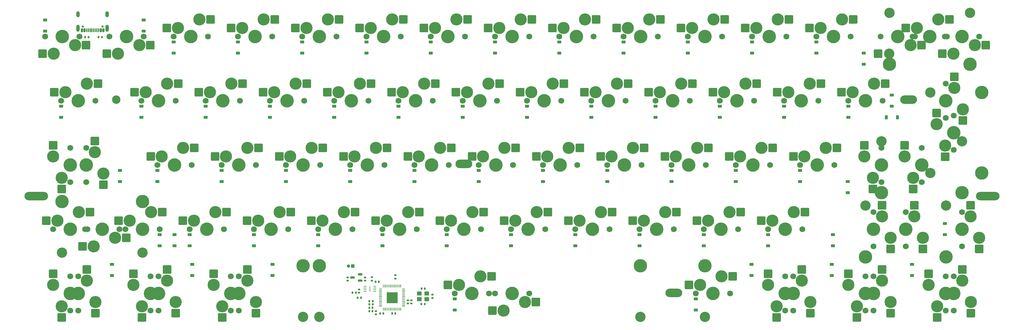
<source format=gbr>
%TF.GenerationSoftware,KiCad,Pcbnew,8.0.6*%
%TF.CreationDate,2024-12-06T10:28:02+08:00*%
%TF.ProjectId,PH60_Rev2,50483630-5f52-4657-9632-2e6b69636164,rev?*%
%TF.SameCoordinates,Original*%
%TF.FileFunction,Soldermask,Bot*%
%TF.FilePolarity,Negative*%
%FSLAX46Y46*%
G04 Gerber Fmt 4.6, Leading zero omitted, Abs format (unit mm)*
G04 Created by KiCad (PCBNEW 8.0.6) date 2024-12-06 10:28:02*
%MOMM*%
%LPD*%
G01*
G04 APERTURE LIST*
G04 Aperture macros list*
%AMRoundRect*
0 Rectangle with rounded corners*
0 $1 Rounding radius*
0 $2 $3 $4 $5 $6 $7 $8 $9 X,Y pos of 4 corners*
0 Add a 4 corners polygon primitive as box body*
4,1,4,$2,$3,$4,$5,$6,$7,$8,$9,$2,$3,0*
0 Add four circle primitives for the rounded corners*
1,1,$1+$1,$2,$3*
1,1,$1+$1,$4,$5*
1,1,$1+$1,$6,$7*
1,1,$1+$1,$8,$9*
0 Add four rect primitives between the rounded corners*
20,1,$1+$1,$2,$3,$4,$5,0*
20,1,$1+$1,$4,$5,$6,$7,0*
20,1,$1+$1,$6,$7,$8,$9,0*
20,1,$1+$1,$8,$9,$2,$3,0*%
G04 Aperture macros list end*
%ADD10RoundRect,0.250000X-1.025000X-1.000000X1.025000X-1.000000X1.025000X1.000000X-1.025000X1.000000X0*%
%ADD11C,1.750000*%
%ADD12C,4.000000*%
%ADD13C,3.600000*%
%ADD14RoundRect,0.250000X-1.000000X1.025000X-1.000000X-1.025000X1.000000X-1.025000X1.000000X1.025000X0*%
%ADD15RoundRect,0.250000X1.000000X-1.025000X1.000000X1.025000X-1.000000X1.025000X-1.000000X-1.025000X0*%
%ADD16C,3.048000*%
%ADD17C,3.987800*%
%ADD18RoundRect,0.250000X1.025000X1.000000X-1.025000X1.000000X-1.025000X-1.000000X1.025000X-1.000000X0*%
%ADD19O,5.000000X2.500000*%
%ADD20O,7.000000X2.500000*%
%ADD21C,2.500000*%
%ADD22C,3.050000*%
%ADD23RoundRect,0.225000X-0.375000X0.225000X-0.375000X-0.225000X0.375000X-0.225000X0.375000X0.225000X0*%
%ADD24RoundRect,0.225000X0.375000X-0.225000X0.375000X0.225000X-0.375000X0.225000X-0.375000X-0.225000X0*%
%ADD25RoundRect,0.135000X-0.185000X0.135000X-0.185000X-0.135000X0.185000X-0.135000X0.185000X0.135000X0*%
%ADD26RoundRect,0.140000X0.140000X0.170000X-0.140000X0.170000X-0.140000X-0.170000X0.140000X-0.170000X0*%
%ADD27RoundRect,0.135000X-0.135000X-0.185000X0.135000X-0.185000X0.135000X0.185000X-0.135000X0.185000X0*%
%ADD28RoundRect,0.135000X0.135000X0.185000X-0.135000X0.185000X-0.135000X-0.185000X0.135000X-0.185000X0*%
%ADD29RoundRect,0.140000X-0.170000X0.140000X-0.170000X-0.140000X0.170000X-0.140000X0.170000X0.140000X0*%
%ADD30RoundRect,0.140000X0.170000X-0.140000X0.170000X0.140000X-0.170000X0.140000X-0.170000X-0.140000X0*%
%ADD31R,1.400000X1.200000*%
%ADD32RoundRect,0.062500X0.387500X0.062500X-0.387500X0.062500X-0.387500X-0.062500X0.387500X-0.062500X0*%
%ADD33R,0.200000X1.600000*%
%ADD34RoundRect,0.140000X-0.140000X-0.170000X0.140000X-0.170000X0.140000X0.170000X-0.140000X0.170000X0*%
%ADD35RoundRect,0.225000X-0.225000X-0.375000X0.225000X-0.375000X0.225000X0.375000X-0.225000X0.375000X0*%
%ADD36RoundRect,0.050000X-0.050000X0.387500X-0.050000X-0.387500X0.050000X-0.387500X0.050000X0.387500X0*%
%ADD37RoundRect,0.050000X-0.387500X0.050000X-0.387500X-0.050000X0.387500X-0.050000X0.387500X0.050000X0*%
%ADD38R,3.200000X3.200000*%
%ADD39R,1.000000X1.000000*%
%ADD40O,1.000000X1.000000*%
%ADD41RoundRect,0.150000X0.512500X0.150000X-0.512500X0.150000X-0.512500X-0.150000X0.512500X-0.150000X0*%
%ADD42C,0.650000*%
%ADD43RoundRect,0.150000X-0.150000X-0.425000X0.150000X-0.425000X0.150000X0.425000X-0.150000X0.425000X0*%
%ADD44RoundRect,0.075000X-0.075000X-0.500000X0.075000X-0.500000X0.075000X0.500000X-0.075000X0.500000X0*%
%ADD45O,1.000000X1.800000*%
%ADD46O,1.000000X2.100000*%
G04 APERTURE END LIST*
D10*
%TO.C,S20*%
X135790000Y-54610000D03*
D11*
X137795000Y-57150000D03*
D12*
X142875000Y-57150000D03*
D11*
X147955000Y-57150000D03*
D10*
X148717000Y-52070000D03*
D13*
X139065000Y-54610000D03*
X145415000Y-52070000D03*
%TD*%
D10*
%TO.C,S19*%
X116740000Y-54610000D03*
D11*
X118745000Y-57150000D03*
D12*
X123825000Y-57150000D03*
D11*
X128905000Y-57150000D03*
D10*
X129667000Y-52070000D03*
D13*
X120015000Y-54610000D03*
X126365000Y-52070000D03*
%TD*%
D10*
%TO.C,S47*%
X111977500Y-92710000D03*
D11*
X113982500Y-95250000D03*
D12*
X119062500Y-95250000D03*
D11*
X124142500Y-95250000D03*
D10*
X124904500Y-90170000D03*
D13*
X115252500Y-92710000D03*
X121602500Y-90170000D03*
%TD*%
D10*
%TO.C,S4*%
X88165000Y-35560000D03*
D11*
X90170000Y-38100000D03*
D12*
X95250000Y-38100000D03*
D11*
X100330000Y-38100000D03*
D10*
X101092000Y-33020000D03*
D13*
X91440000Y-35560000D03*
X97790000Y-33020000D03*
%TD*%
D10*
%TO.C,S7*%
X145315000Y-35560000D03*
D11*
X147320000Y-38100000D03*
D12*
X152400000Y-38100000D03*
D11*
X157480000Y-38100000D03*
D10*
X158242000Y-33020000D03*
D13*
X148590000Y-35560000D03*
X154940000Y-33020000D03*
%TD*%
D14*
%TO.C,S57-2*%
X45402500Y-107215000D03*
D11*
X42862500Y-109220000D03*
D12*
X42862500Y-114300000D03*
D11*
X42862500Y-119380000D03*
D14*
X47942500Y-120142000D03*
D13*
X45402500Y-110490000D03*
X47942500Y-116840000D03*
%TD*%
D10*
%TO.C,S12*%
X240565000Y-35560000D03*
D11*
X242570000Y-38100000D03*
D12*
X247650000Y-38100000D03*
D11*
X252730000Y-38100000D03*
D10*
X253492000Y-33020000D03*
D13*
X243840000Y-35560000D03*
X250190000Y-33020000D03*
%TD*%
D14*
%TO.C,S62*%
X257333750Y-107215000D03*
D11*
X254793750Y-109220000D03*
D12*
X254793750Y-114300000D03*
D11*
X254793750Y-119380000D03*
D14*
X259873750Y-120142000D03*
D13*
X257333750Y-110490000D03*
X259873750Y-116840000D03*
%TD*%
D10*
%TO.C,S3*%
X69115000Y-35560000D03*
D11*
X71120000Y-38100000D03*
D12*
X76200000Y-38100000D03*
D11*
X81280000Y-38100000D03*
D10*
X82042000Y-33020000D03*
D13*
X72390000Y-35560000D03*
X78740000Y-33020000D03*
%TD*%
D10*
%TO.C,S15*%
X35777500Y-54610000D03*
D11*
X37782500Y-57150000D03*
D12*
X42862500Y-57150000D03*
D11*
X47942500Y-57150000D03*
D10*
X48704500Y-52070000D03*
D13*
X39052500Y-54610000D03*
X45402500Y-52070000D03*
%TD*%
D15*
%TO.C,S62-2*%
X249872500Y-121385000D03*
D11*
X252412500Y-119380000D03*
D12*
X252412500Y-114300000D03*
D11*
X252412500Y-109220000D03*
D15*
X247332500Y-108458000D03*
D13*
X249872500Y-118110000D03*
X247332500Y-111760000D03*
%TD*%
D16*
%TO.C,REF\u002A\u002A*%
X280955750Y-69215000D03*
D17*
X280955750Y-84425000D03*
D16*
X304831750Y-69215000D03*
D17*
X304831750Y-84425000D03*
%TD*%
D10*
%TO.C,S25*%
X231040000Y-54610000D03*
D11*
X233045000Y-57150000D03*
D12*
X238125000Y-57150000D03*
D11*
X243205000Y-57150000D03*
D10*
X243967000Y-52070000D03*
D13*
X234315000Y-54610000D03*
X240665000Y-52070000D03*
%TD*%
D18*
%TO.C,S1*%
X45185000Y-40640000D03*
D11*
X43180000Y-38100000D03*
D12*
X38100000Y-38100000D03*
D11*
X33020000Y-38100000D03*
D18*
X32258000Y-43180000D03*
D13*
X41910000Y-40640000D03*
X35560000Y-43180000D03*
%TD*%
D10*
%TO.C,S9*%
X183415000Y-35560000D03*
D11*
X185420000Y-38100000D03*
D12*
X190500000Y-38100000D03*
D11*
X195580000Y-38100000D03*
D10*
X196342000Y-33020000D03*
D13*
X186690000Y-35560000D03*
X193040000Y-33020000D03*
%TD*%
D10*
%TO.C,S44*%
X54827500Y-92710000D03*
D11*
X56832500Y-95250000D03*
D12*
X61912500Y-95250000D03*
D11*
X66992500Y-95250000D03*
D10*
X67754500Y-90170000D03*
D13*
X58102500Y-92710000D03*
X64452500Y-90170000D03*
%TD*%
D10*
%TO.C,S23*%
X192940000Y-54610000D03*
D11*
X194945000Y-57150000D03*
D12*
X200025000Y-57150000D03*
D11*
X205105000Y-57150000D03*
D10*
X205867000Y-52070000D03*
D13*
X196215000Y-54610000D03*
X202565000Y-52070000D03*
%TD*%
D15*
%TO.C,S64-2*%
X297497500Y-121385000D03*
D11*
X300037500Y-119380000D03*
D12*
X300037500Y-114300000D03*
D11*
X300037500Y-109220000D03*
D15*
X294957500Y-108458000D03*
D13*
X297497500Y-118110000D03*
X294957500Y-111760000D03*
%TD*%
D15*
%TO.C,S57*%
X37941250Y-121385000D03*
D11*
X40481250Y-119380000D03*
D12*
X40481250Y-114300000D03*
D11*
X40481250Y-109220000D03*
D15*
X35401250Y-108458000D03*
D13*
X37941250Y-118110000D03*
X35401250Y-111760000D03*
%TD*%
D10*
%TO.C,S14*%
X288190000Y-35560000D03*
D11*
X290195000Y-38100000D03*
D12*
X295275000Y-38100000D03*
D11*
X300355000Y-38100000D03*
D10*
X301117000Y-33020000D03*
D13*
X291465000Y-35560000D03*
X297815000Y-33020000D03*
%TD*%
D10*
%TO.C,S61*%
X223896250Y-111760000D03*
D11*
X225901250Y-114300000D03*
D12*
X230981250Y-114300000D03*
D11*
X236061250Y-114300000D03*
D10*
X236823250Y-109220000D03*
D13*
X227171250Y-111760000D03*
X233521250Y-109220000D03*
%TD*%
D10*
%TO.C,S16*%
X59590000Y-54610000D03*
D11*
X61595000Y-57150000D03*
D12*
X66675000Y-57150000D03*
D11*
X71755000Y-57150000D03*
D10*
X72517000Y-52070000D03*
D13*
X62865000Y-54610000D03*
X69215000Y-52070000D03*
%TD*%
D10*
%TO.C,S24*%
X211990000Y-54610000D03*
D11*
X213995000Y-57150000D03*
D12*
X219075000Y-57150000D03*
D11*
X224155000Y-57150000D03*
D10*
X224917000Y-52070000D03*
D13*
X215265000Y-54610000D03*
X221615000Y-52070000D03*
%TD*%
D10*
%TO.C,S31*%
X83402500Y-73660000D03*
D11*
X85407500Y-76200000D03*
D12*
X90487500Y-76200000D03*
D11*
X95567500Y-76200000D03*
D10*
X96329500Y-71120000D03*
D13*
X86677500Y-73660000D03*
X93027500Y-71120000D03*
%TD*%
D10*
%TO.C,S33*%
X121502500Y-73660000D03*
D11*
X123507500Y-76200000D03*
D12*
X128587500Y-76200000D03*
D11*
X133667500Y-76200000D03*
D10*
X134429500Y-71120000D03*
D13*
X124777500Y-73660000D03*
X131127500Y-71120000D03*
%TD*%
D10*
%TO.C,S34*%
X140552500Y-73660000D03*
D11*
X142557500Y-76200000D03*
D12*
X147637500Y-76200000D03*
D11*
X152717500Y-76200000D03*
D10*
X153479500Y-71120000D03*
D13*
X143827500Y-73660000D03*
X150177500Y-71120000D03*
%TD*%
D10*
%TO.C,S46*%
X92927500Y-92710000D03*
D11*
X94932500Y-95250000D03*
D12*
X100012500Y-95250000D03*
D11*
X105092500Y-95250000D03*
D10*
X105854500Y-90170000D03*
D13*
X96202500Y-92710000D03*
X102552500Y-90170000D03*
%TD*%
D10*
%TO.C,S50*%
X169127500Y-92710000D03*
D11*
X171132500Y-95250000D03*
D12*
X176212500Y-95250000D03*
D11*
X181292500Y-95250000D03*
D10*
X182054500Y-90170000D03*
D13*
X172402500Y-92710000D03*
X178752500Y-90170000D03*
%TD*%
D19*
%TO.C,HOLE*%
X289000000Y-56800000D03*
%TD*%
D10*
%TO.C,S22*%
X173890000Y-54610000D03*
D11*
X175895000Y-57150000D03*
D12*
X180975000Y-57150000D03*
D11*
X186055000Y-57150000D03*
D10*
X186817000Y-52070000D03*
D13*
X177165000Y-54610000D03*
X183515000Y-52070000D03*
%TD*%
D15*
%TO.C,S41*%
X278447500Y-83285000D03*
D11*
X280987500Y-81280000D03*
D12*
X280987500Y-76200000D03*
D11*
X280987500Y-71120000D03*
D15*
X275907500Y-70358000D03*
D13*
X278447500Y-80010000D03*
X275907500Y-73660000D03*
%TD*%
D15*
%TO.C,S63-2*%
X273685000Y-121385000D03*
D11*
X276225000Y-119380000D03*
D12*
X276225000Y-114300000D03*
D11*
X276225000Y-109220000D03*
D15*
X271145000Y-108458000D03*
D13*
X273685000Y-118110000D03*
X271145000Y-111760000D03*
%TD*%
D10*
%TO.C,S27*%
X269140000Y-54610000D03*
D11*
X271145000Y-57150000D03*
D12*
X276225000Y-57150000D03*
D11*
X281305000Y-57150000D03*
D10*
X282067000Y-52070000D03*
D13*
X272415000Y-54610000D03*
X278765000Y-52070000D03*
%TD*%
D15*
%TO.C,S58*%
X61753750Y-121385000D03*
D11*
X64293750Y-119380000D03*
D12*
X64293750Y-114300000D03*
D11*
X64293750Y-109220000D03*
D15*
X59213750Y-108458000D03*
D13*
X61753750Y-118110000D03*
X59213750Y-111760000D03*
%TD*%
D18*
%TO.C,S60-2*%
X178535000Y-116840000D03*
D11*
X176530000Y-114300000D03*
D12*
X171450000Y-114300000D03*
D11*
X166370000Y-114300000D03*
D18*
X165608000Y-119380000D03*
D13*
X175260000Y-116840000D03*
X168910000Y-119380000D03*
%TD*%
D10*
%TO.C,S8*%
X164365000Y-35560000D03*
D11*
X166370000Y-38100000D03*
D12*
X171450000Y-38100000D03*
D11*
X176530000Y-38100000D03*
D10*
X177292000Y-33020000D03*
D13*
X167640000Y-35560000D03*
X173990000Y-33020000D03*
%TD*%
D14*
%TO.C,S63*%
X281146250Y-107215000D03*
D11*
X278606250Y-109220000D03*
D12*
X278606250Y-114300000D03*
D11*
X278606250Y-119380000D03*
D14*
X283686250Y-120142000D03*
D13*
X281146250Y-110490000D03*
X283686250Y-116840000D03*
%TD*%
D10*
%TO.C,S37*%
X197702500Y-73660000D03*
D11*
X199707500Y-76200000D03*
D12*
X204787500Y-76200000D03*
D11*
X209867500Y-76200000D03*
D10*
X210629500Y-71120000D03*
D13*
X200977500Y-73660000D03*
X207327500Y-71120000D03*
%TD*%
D14*
%TO.C,S55*%
X281146250Y-88165000D03*
D11*
X278606250Y-90170000D03*
D12*
X278606250Y-95250000D03*
D11*
X278606250Y-100330000D03*
D14*
X283686250Y-101092000D03*
D13*
X281146250Y-91440000D03*
X283686250Y-97790000D03*
%TD*%
D19*
%TO.C,HOLE*%
X157150000Y-75900000D03*
%TD*%
D16*
%TO.C,REF\u002A\u002A*%
X295433750Y-78613000D03*
D17*
X310643750Y-78613000D03*
D16*
X295433750Y-54737000D03*
D17*
X310643750Y-54737000D03*
%TD*%
D10*
%TO.C,S21*%
X154840000Y-54610000D03*
D11*
X156845000Y-57150000D03*
D12*
X161925000Y-57150000D03*
D11*
X167005000Y-57150000D03*
D10*
X167767000Y-52070000D03*
D13*
X158115000Y-54610000D03*
X164465000Y-52070000D03*
%TD*%
D10*
%TO.C,S11*%
X221515000Y-35560000D03*
D11*
X223520000Y-38100000D03*
D12*
X228600000Y-38100000D03*
D11*
X233680000Y-38100000D03*
D10*
X234442000Y-33020000D03*
D13*
X224790000Y-35560000D03*
X231140000Y-33020000D03*
%TD*%
D10*
%TO.C,S52*%
X207227500Y-92710000D03*
D11*
X209232500Y-95250000D03*
D12*
X214312500Y-95250000D03*
D11*
X219392500Y-95250000D03*
D10*
X220154500Y-90170000D03*
D13*
X210502500Y-92710000D03*
X216852500Y-90170000D03*
%TD*%
D10*
%TO.C,S30*%
X64352500Y-73660000D03*
D11*
X66357500Y-76200000D03*
D12*
X71437500Y-76200000D03*
D11*
X76517500Y-76200000D03*
D10*
X77279500Y-71120000D03*
D13*
X67627500Y-73660000D03*
X73977500Y-71120000D03*
%TD*%
D10*
%TO.C,S38*%
X216752500Y-73660000D03*
D11*
X218757500Y-76200000D03*
D12*
X223837500Y-76200000D03*
D11*
X228917500Y-76200000D03*
D10*
X229679500Y-71120000D03*
D13*
X220027500Y-73660000D03*
X226377500Y-71120000D03*
%TD*%
D10*
%TO.C,S35*%
X159602500Y-73660000D03*
D11*
X161607500Y-76200000D03*
D12*
X166687500Y-76200000D03*
D11*
X171767500Y-76200000D03*
D10*
X172529500Y-71120000D03*
D13*
X162877500Y-73660000D03*
X169227500Y-71120000D03*
%TD*%
D10*
%TO.C,S39*%
X235802500Y-73660000D03*
D11*
X237807500Y-76200000D03*
D12*
X242887500Y-76200000D03*
D11*
X247967500Y-76200000D03*
D10*
X248729500Y-71120000D03*
D13*
X239077500Y-73660000D03*
X245427500Y-71120000D03*
%TD*%
D10*
%TO.C,S48*%
X131027500Y-92710000D03*
D11*
X133032500Y-95250000D03*
D12*
X138112500Y-95250000D03*
D11*
X143192500Y-95250000D03*
D10*
X143954500Y-90170000D03*
D13*
X134302500Y-92710000D03*
X140652500Y-90170000D03*
%TD*%
D10*
%TO.C,S18*%
X97690000Y-54610000D03*
D11*
X99695000Y-57150000D03*
D12*
X104775000Y-57150000D03*
D11*
X109855000Y-57150000D03*
D10*
X110617000Y-52070000D03*
D13*
X100965000Y-54610000D03*
X107315000Y-52070000D03*
%TD*%
D15*
%TO.C,S28-2*%
X290353750Y-83285000D03*
D11*
X292893750Y-81280000D03*
D12*
X292893750Y-76200000D03*
D11*
X292893750Y-71120000D03*
D15*
X287813750Y-70358000D03*
D13*
X290353750Y-80010000D03*
X287813750Y-73660000D03*
%TD*%
D16*
%TO.C,REF\u002A\u002A*%
X228600000Y-121285000D03*
D17*
X228600000Y-106075000D03*
D16*
X114300000Y-121285000D03*
D17*
X114300000Y-106075000D03*
%TD*%
D10*
%TO.C,S45*%
X73877500Y-92710000D03*
D11*
X75882500Y-95250000D03*
D12*
X80962500Y-95250000D03*
D11*
X86042500Y-95250000D03*
D10*
X86804500Y-90170000D03*
D13*
X77152500Y-92710000D03*
X83502500Y-90170000D03*
%TD*%
D10*
%TO.C,S13*%
X259615000Y-35560000D03*
D11*
X261620000Y-38100000D03*
D12*
X266700000Y-38100000D03*
D11*
X271780000Y-38100000D03*
D10*
X272542000Y-33020000D03*
D13*
X262890000Y-35560000D03*
X269240000Y-33020000D03*
%TD*%
D20*
%TO.C,HOLE*%
X312490000Y-85400000D03*
%TD*%
D10*
%TO.C,S26*%
X250090000Y-54610000D03*
D11*
X252095000Y-57150000D03*
D12*
X257175000Y-57150000D03*
D11*
X262255000Y-57150000D03*
D10*
X263017000Y-52070000D03*
D13*
X253365000Y-54610000D03*
X259715000Y-52070000D03*
%TD*%
D10*
%TO.C,S5*%
X107215000Y-35560000D03*
D11*
X109220000Y-38100000D03*
D12*
X114300000Y-38100000D03*
D11*
X119380000Y-38100000D03*
D10*
X120142000Y-33020000D03*
D13*
X110490000Y-35560000D03*
X116840000Y-33020000D03*
%TD*%
D10*
%TO.C,S17*%
X78640000Y-54610000D03*
D11*
X80645000Y-57150000D03*
D12*
X85725000Y-57150000D03*
D11*
X90805000Y-57150000D03*
D10*
X91567000Y-52070000D03*
D13*
X81915000Y-54610000D03*
X88265000Y-52070000D03*
%TD*%
D10*
%TO.C,S32*%
X102452500Y-73660000D03*
D11*
X104457500Y-76200000D03*
D12*
X109537500Y-76200000D03*
D11*
X114617500Y-76200000D03*
D10*
X115379500Y-71120000D03*
D13*
X105727500Y-73660000D03*
X112077500Y-71120000D03*
%TD*%
D14*
%TO.C,S55-2*%
X290671250Y-88165000D03*
D11*
X288131250Y-90170000D03*
D12*
X288131250Y-95250000D03*
D11*
X288131250Y-100330000D03*
D14*
X293211250Y-101092000D03*
D13*
X290671250Y-91440000D03*
X293211250Y-97790000D03*
%TD*%
D10*
%TO.C,S36*%
X178652500Y-73660000D03*
D11*
X180657500Y-76200000D03*
D12*
X185737500Y-76200000D03*
D11*
X190817500Y-76200000D03*
D10*
X191579500Y-71120000D03*
D13*
X181927500Y-73660000D03*
X188277500Y-71120000D03*
%TD*%
D10*
%TO.C,S49*%
X150077500Y-92710000D03*
D11*
X152082500Y-95250000D03*
D12*
X157162500Y-95250000D03*
D11*
X162242500Y-95250000D03*
D10*
X163004500Y-90170000D03*
D13*
X153352500Y-92710000D03*
X159702500Y-90170000D03*
%TD*%
D10*
%TO.C,S60*%
X152458750Y-111760000D03*
D11*
X154463750Y-114300000D03*
D12*
X159543750Y-114300000D03*
D11*
X164623750Y-114300000D03*
D10*
X165385750Y-109220000D03*
D13*
X155733750Y-111760000D03*
X162083750Y-109220000D03*
%TD*%
D10*
%TO.C,S53*%
X226277500Y-92710000D03*
D11*
X228282500Y-95250000D03*
D12*
X233362500Y-95250000D03*
D11*
X238442500Y-95250000D03*
D10*
X239204500Y-90170000D03*
D13*
X229552500Y-92710000D03*
X235902500Y-90170000D03*
%TD*%
D21*
%TO.C,HOLE*%
X54150000Y-56800000D03*
%TD*%
D10*
%TO.C,S10*%
X202465000Y-35560000D03*
D11*
X204470000Y-38100000D03*
D12*
X209550000Y-38100000D03*
D11*
X214630000Y-38100000D03*
D10*
X215392000Y-33020000D03*
D13*
X205740000Y-35560000D03*
X212090000Y-33020000D03*
%TD*%
D14*
%TO.C,S56*%
X307340000Y-88165000D03*
D11*
X304800000Y-90170000D03*
D12*
X304800000Y-95250000D03*
D11*
X304800000Y-100330000D03*
D14*
X309880000Y-101092000D03*
D13*
X307340000Y-91440000D03*
X309880000Y-97790000D03*
%TD*%
D15*
%TO.C,S59*%
X85566250Y-121385000D03*
D11*
X88106250Y-119380000D03*
D12*
X88106250Y-114300000D03*
D11*
X88106250Y-109220000D03*
D15*
X83026250Y-108458000D03*
D13*
X85566250Y-118110000D03*
X83026250Y-111760000D03*
%TD*%
D16*
%TO.C,REF\u002A\u002A*%
X61944250Y-102235000D03*
D17*
X61944250Y-87025000D03*
D16*
X38068250Y-102235000D03*
D17*
X38068250Y-87025000D03*
%TD*%
D16*
%TO.C,REF\u002A\u002A*%
X209543750Y-121285000D03*
D17*
X209543750Y-106075000D03*
D16*
X109543750Y-121285000D03*
D17*
X109543750Y-106075000D03*
%TD*%
D18*
%TO.C,S42*%
X311885000Y-40640000D03*
D11*
X309880000Y-38100000D03*
D12*
X304800000Y-38100000D03*
D11*
X299720000Y-38100000D03*
D18*
X298958000Y-43180000D03*
D13*
X308610000Y-40640000D03*
X302260000Y-43180000D03*
%TD*%
D18*
%TO.C,S14-2*%
X292835000Y-40640000D03*
D11*
X290830000Y-38100000D03*
D12*
X285750000Y-38100000D03*
D22*
X283210000Y-43180000D03*
D11*
X280670000Y-38100000D03*
D18*
X279908000Y-43180000D03*
D13*
X289560000Y-40640000D03*
%TD*%
D16*
%TO.C,REF\u002A\u002A*%
X283337000Y-31115000D03*
D17*
X283337000Y-46325000D03*
D16*
X307213000Y-31115000D03*
D17*
X307213000Y-46325000D03*
%TD*%
D10*
%TO.C,S54*%
X245327500Y-92710000D03*
D11*
X247332500Y-95250000D03*
D12*
X252412500Y-95250000D03*
D11*
X257492500Y-95250000D03*
D10*
X258254500Y-90170000D03*
D13*
X248602500Y-92710000D03*
X254952500Y-90170000D03*
%TD*%
D10*
%TO.C,S43*%
X33396250Y-92710000D03*
D11*
X35401250Y-95250000D03*
D12*
X40481250Y-95250000D03*
D11*
X45561250Y-95250000D03*
D10*
X46323250Y-90170000D03*
D13*
X36671250Y-92710000D03*
X43021250Y-90170000D03*
%TD*%
D10*
%TO.C,S51*%
X188177500Y-92710000D03*
D11*
X190182500Y-95250000D03*
D12*
X195262500Y-95250000D03*
D11*
X200342500Y-95250000D03*
D10*
X201104500Y-90170000D03*
D13*
X191452500Y-92710000D03*
X197802500Y-90170000D03*
%TD*%
D14*
%TO.C,S58-2*%
X69215000Y-107215000D03*
D11*
X66675000Y-109220000D03*
D12*
X66675000Y-114300000D03*
D11*
X66675000Y-119380000D03*
D14*
X71755000Y-120142000D03*
D13*
X69215000Y-110490000D03*
X71755000Y-116840000D03*
%TD*%
D14*
%TO.C,S41-2*%
X302577500Y-50065000D03*
D11*
X300037500Y-52070000D03*
D12*
X300037500Y-57150000D03*
D11*
X300037500Y-62230000D03*
D14*
X305117500Y-62992000D03*
D13*
X302577500Y-53340000D03*
X305117500Y-59690000D03*
%TD*%
D15*
%TO.C,S28*%
X299878750Y-73760000D03*
D11*
X302418750Y-71755000D03*
D12*
X302418750Y-66675000D03*
D11*
X302418750Y-61595000D03*
D15*
X297338750Y-60833000D03*
D13*
X299878750Y-70485000D03*
X297338750Y-64135000D03*
%TD*%
D16*
%TO.C,REF\u002A\u002A*%
X276193250Y-88265000D03*
D17*
X276193250Y-103475000D03*
D16*
X300069250Y-88265000D03*
D17*
X300069250Y-103475000D03*
%TD*%
D15*
%TO.C,S29-2*%
X37941250Y-83285000D03*
D11*
X40481250Y-81280000D03*
D12*
X40481250Y-76200000D03*
D11*
X40481250Y-71120000D03*
D15*
X35401250Y-70358000D03*
D13*
X37941250Y-80010000D03*
X35401250Y-73660000D03*
%TD*%
D14*
%TO.C,S29*%
X47783750Y-69115000D03*
D11*
X45243750Y-71120000D03*
D12*
X45243750Y-76200000D03*
D11*
X45243750Y-81280000D03*
D14*
X50323750Y-82042000D03*
D13*
X47783750Y-72390000D03*
X50323750Y-78740000D03*
%TD*%
D10*
%TO.C,S6*%
X126265000Y-35560000D03*
D11*
X128270000Y-38100000D03*
D12*
X133350000Y-38100000D03*
D11*
X138430000Y-38100000D03*
D10*
X139192000Y-33020000D03*
D13*
X129540000Y-35560000D03*
X135890000Y-33020000D03*
%TD*%
D20*
%TO.C,HOLE*%
X30410000Y-85400000D03*
%TD*%
D14*
%TO.C,S59-2*%
X93027500Y-107215000D03*
D11*
X90487500Y-109220000D03*
D12*
X90487500Y-114300000D03*
D11*
X90487500Y-119380000D03*
D14*
X95567500Y-120142000D03*
D13*
X93027500Y-110490000D03*
X95567500Y-116840000D03*
%TD*%
D18*
%TO.C,S43-2*%
X57091250Y-97790000D03*
D11*
X55086250Y-95250000D03*
D12*
X50006250Y-95250000D03*
D11*
X44926250Y-95250000D03*
D18*
X44164250Y-100330000D03*
D13*
X53816250Y-97790000D03*
X47466250Y-100330000D03*
%TD*%
D18*
%TO.C,S2*%
X64235000Y-40640000D03*
D11*
X62230000Y-38100000D03*
D12*
X57150000Y-38100000D03*
D11*
X52070000Y-38100000D03*
D18*
X51308000Y-43180000D03*
D13*
X60960000Y-40640000D03*
X54610000Y-43180000D03*
%TD*%
D19*
%TO.C,HOLE*%
X219450000Y-114100000D03*
%TD*%
D14*
%TO.C,S64*%
X304958750Y-107215000D03*
D11*
X302418750Y-109220000D03*
D12*
X302418750Y-114300000D03*
D11*
X302418750Y-119380000D03*
D14*
X307498750Y-120142000D03*
D13*
X304958750Y-110490000D03*
X307498750Y-116840000D03*
%TD*%
D10*
%TO.C,S40*%
X254852500Y-73660000D03*
D11*
X256857500Y-76200000D03*
D12*
X261937500Y-76200000D03*
D11*
X267017500Y-76200000D03*
D10*
X267779500Y-71120000D03*
D13*
X258127500Y-73660000D03*
X264477500Y-71120000D03*
%TD*%
D23*
%TO.C,D1*%
X33020000Y-33220000D03*
X33020000Y-36520000D03*
%TD*%
D24*
%TO.C,D46*%
X94932500Y-100130000D03*
X94932500Y-96830000D03*
%TD*%
%TO.C,D32*%
X104457500Y-81080000D03*
X104457500Y-77780000D03*
%TD*%
%TO.C,D34*%
X142557500Y-81080000D03*
X142557500Y-77780000D03*
%TD*%
D23*
%TO.C,D41*%
X270987500Y-81080000D03*
X270987500Y-84380000D03*
%TD*%
D24*
%TO.C,D56*%
X299720000Y-96900000D03*
X299720000Y-93600000D03*
%TD*%
%TO.C,D50*%
X171132500Y-100130000D03*
X171132500Y-96830000D03*
%TD*%
%TO.C,D51*%
X190182500Y-100130000D03*
X190182500Y-96830000D03*
%TD*%
%TO.C,D5*%
X109220000Y-42980000D03*
X109220000Y-39680000D03*
%TD*%
D25*
%TO.C,R1*%
X129900000Y-109510000D03*
X129900000Y-110530000D03*
%TD*%
D24*
%TO.C,D38*%
X218757500Y-81080000D03*
X218757500Y-77780000D03*
%TD*%
%TO.C,D52*%
X209232500Y-100130000D03*
X209232500Y-96830000D03*
%TD*%
%TO.C,D60*%
X154463750Y-119180000D03*
X154463750Y-115880000D03*
%TD*%
%TO.C,D48*%
X133032500Y-100130000D03*
X133032500Y-96830000D03*
%TD*%
%TO.C,D20*%
X137795000Y-62030000D03*
X137795000Y-58730000D03*
%TD*%
D26*
%TO.C,C8*%
X130130000Y-118550000D03*
X129170000Y-118550000D03*
%TD*%
D27*
%TO.C,R4*%
X129140000Y-117550000D03*
X130160000Y-117550000D03*
%TD*%
D24*
%TO.C,D42*%
X284037500Y-58800000D03*
X284037500Y-55500000D03*
%TD*%
%TO.C,D55*%
X266575000Y-100130000D03*
X266575000Y-96830000D03*
%TD*%
%TO.C,D49*%
X152082500Y-100130000D03*
X152082500Y-96830000D03*
%TD*%
D23*
%TO.C,D64*%
X290037500Y-105640000D03*
X290037500Y-108940000D03*
%TD*%
D24*
%TO.C,D27*%
X271145000Y-62030000D03*
X271145000Y-58730000D03*
%TD*%
D26*
%TO.C,C10*%
X130130000Y-119550000D03*
X129170000Y-119550000D03*
%TD*%
D24*
%TO.C,D3*%
X71120000Y-42980000D03*
X71120000Y-39680000D03*
%TD*%
D28*
%TO.C,R6*%
X45900000Y-38250000D03*
X44880000Y-38250000D03*
%TD*%
D24*
%TO.C,D4*%
X90170000Y-42980000D03*
X90170000Y-39680000D03*
%TD*%
%TO.C,D33*%
X123507500Y-81080000D03*
X123507500Y-77780000D03*
%TD*%
D29*
%TO.C,C9*%
X131130000Y-119550000D03*
X131130000Y-120510000D03*
%TD*%
D30*
%TO.C,C7*%
X126125000Y-114045758D03*
X126125000Y-113085758D03*
%TD*%
D24*
%TO.C,D17*%
X80645000Y-62030000D03*
X80645000Y-58730000D03*
%TD*%
D31*
%TO.C,Y1*%
X146200000Y-116000000D03*
X144000000Y-116000000D03*
X144000000Y-114300000D03*
X146200000Y-114300000D03*
%TD*%
D32*
%TO.C,U2*%
X130750000Y-112225000D03*
X130750000Y-112725000D03*
X130750000Y-113225000D03*
X130750000Y-113725000D03*
X127900000Y-113725000D03*
X127900000Y-113225000D03*
X127900000Y-112725000D03*
X127900000Y-112225000D03*
D33*
X129325000Y-112975000D03*
%TD*%
D34*
%TO.C,C2*%
X144620000Y-112900000D03*
X145580000Y-112900000D03*
%TD*%
D35*
%TO.C,D28*%
X282387500Y-62030000D03*
X285687500Y-62030000D03*
%TD*%
D23*
%TO.C,D63*%
X266225000Y-105640000D03*
X266225000Y-108940000D03*
%TD*%
D24*
%TO.C,D31*%
X85407500Y-81080000D03*
X85407500Y-77780000D03*
%TD*%
D36*
%TO.C,U3*%
X133300000Y-112112500D03*
X133700000Y-112112500D03*
X134100000Y-112112500D03*
X134500000Y-112112500D03*
X134900000Y-112112500D03*
X135300000Y-112112500D03*
X135700000Y-112112500D03*
X136100000Y-112112500D03*
X136500000Y-112112500D03*
X136900000Y-112112500D03*
X137300000Y-112112500D03*
X137700000Y-112112500D03*
X138100000Y-112112500D03*
X138500000Y-112112500D03*
D37*
X139337500Y-112950000D03*
X139337500Y-113350000D03*
X139337500Y-113750000D03*
X139337500Y-114150000D03*
X139337500Y-114550000D03*
X139337500Y-114950000D03*
X139337500Y-115350000D03*
X139337500Y-115750000D03*
X139337500Y-116150000D03*
X139337500Y-116550000D03*
X139337500Y-116950000D03*
X139337500Y-117350000D03*
X139337500Y-117750000D03*
X139337500Y-118150000D03*
D36*
X138500000Y-118987500D03*
X138100000Y-118987500D03*
X137700000Y-118987500D03*
X137300000Y-118987500D03*
X136900000Y-118987500D03*
X136500000Y-118987500D03*
X136100000Y-118987500D03*
X135700000Y-118987500D03*
X135300000Y-118987500D03*
X134900000Y-118987500D03*
X134500000Y-118987500D03*
X134100000Y-118987500D03*
X133700000Y-118987500D03*
X133300000Y-118987500D03*
D37*
X132462500Y-118150000D03*
X132462500Y-117750000D03*
X132462500Y-117350000D03*
X132462500Y-116950000D03*
X132462500Y-116550000D03*
X132462500Y-116150000D03*
X132462500Y-115750000D03*
X132462500Y-115350000D03*
X132462500Y-114950000D03*
X132462500Y-114550000D03*
X132462500Y-114150000D03*
X132462500Y-113750000D03*
X132462500Y-113350000D03*
X132462500Y-112950000D03*
D38*
X135900000Y-115550000D03*
%TD*%
D30*
%TO.C,C4*%
X127900000Y-110500000D03*
X127900000Y-109540000D03*
%TD*%
D24*
%TO.C,D29*%
X55243750Y-81080000D03*
X55243750Y-77780000D03*
%TD*%
%TO.C,D40*%
X256857500Y-81080000D03*
X256857500Y-77780000D03*
%TD*%
%TO.C,D47*%
X113982500Y-100130000D03*
X113982500Y-96830000D03*
%TD*%
%TO.C,D9*%
X185420000Y-42980000D03*
X185420000Y-39680000D03*
%TD*%
D28*
%TO.C,R5*%
X145610000Y-117400000D03*
X144590000Y-117400000D03*
%TD*%
D24*
%TO.C,D45*%
X75882500Y-100130000D03*
X75882500Y-96830000D03*
%TD*%
%TO.C,D54*%
X247332500Y-100130000D03*
X247332500Y-96830000D03*
%TD*%
%TO.C,D7*%
X147320000Y-42980000D03*
X147320000Y-39680000D03*
%TD*%
%TO.C,D53*%
X228282500Y-100130000D03*
X228282500Y-96830000D03*
%TD*%
%TO.C,D24*%
X213995000Y-62030000D03*
X213995000Y-58730000D03*
%TD*%
D26*
%TO.C,C12*%
X136900000Y-120250000D03*
X135940000Y-120250000D03*
%TD*%
D24*
%TO.C,D39*%
X237807500Y-81080000D03*
X237807500Y-77780000D03*
%TD*%
%TO.C,D21*%
X156845000Y-62030000D03*
X156845000Y-58730000D03*
%TD*%
D30*
%TO.C,C3*%
X147850000Y-115630000D03*
X147850000Y-114670000D03*
%TD*%
D24*
%TO.C,D10*%
X204470000Y-42980000D03*
X204470000Y-39680000D03*
%TD*%
D39*
%TO.C,J2*%
X124225000Y-106150000D03*
D40*
X122955000Y-106150000D03*
%TD*%
D23*
%TO.C,D2*%
X62230000Y-33220000D03*
X62230000Y-36520000D03*
%TD*%
D24*
%TO.C,D25*%
X233045000Y-62030000D03*
X233045000Y-58730000D03*
%TD*%
%TO.C,D44*%
X71437500Y-100130000D03*
X71437500Y-96830000D03*
%TD*%
D23*
%TO.C,D14*%
X275750000Y-42980000D03*
X275750000Y-46280000D03*
%TD*%
%TO.C,D57*%
X52862500Y-105640000D03*
X52862500Y-108940000D03*
%TD*%
D24*
%TO.C,D16*%
X61595000Y-62030000D03*
X61595000Y-58730000D03*
%TD*%
D29*
%TO.C,C1*%
X122700000Y-109550000D03*
X122700000Y-110510000D03*
%TD*%
D24*
%TO.C,D13*%
X261620000Y-42980000D03*
X261620000Y-39680000D03*
%TD*%
%TO.C,D43*%
X66992500Y-100130000D03*
X66992500Y-96830000D03*
%TD*%
D41*
%TO.C,U4*%
X126437500Y-108600000D03*
X126437500Y-110500000D03*
X124162500Y-109550000D03*
%TD*%
D27*
%TO.C,R3*%
X129140000Y-116550000D03*
X130160000Y-116550000D03*
%TD*%
D24*
%TO.C,D15*%
X37782500Y-62030000D03*
X37782500Y-58730000D03*
%TD*%
%TO.C,D6*%
X128270000Y-42980000D03*
X128270000Y-39680000D03*
%TD*%
D26*
%TO.C,C11*%
X133300000Y-120250000D03*
X132340000Y-120250000D03*
%TD*%
%TO.C,C16*%
X126680000Y-115540000D03*
X125720000Y-115540000D03*
%TD*%
D23*
%TO.C,D59*%
X100487500Y-105640000D03*
X100487500Y-108940000D03*
%TD*%
D24*
%TO.C,D26*%
X252095000Y-62030000D03*
X252095000Y-58730000D03*
%TD*%
%TO.C,D18*%
X99695000Y-62030000D03*
X99695000Y-58730000D03*
%TD*%
D23*
%TO.C,D62*%
X242412500Y-105640000D03*
X242412500Y-108940000D03*
%TD*%
D29*
%TO.C,C13*%
X141600000Y-116330000D03*
X141600000Y-117290000D03*
%TD*%
D24*
%TO.C,D23*%
X194945000Y-62030000D03*
X194945000Y-58730000D03*
%TD*%
%TO.C,D36*%
X180657500Y-81080000D03*
X180657500Y-77780000D03*
%TD*%
D23*
%TO.C,D58*%
X76675000Y-105640000D03*
X76675000Y-108940000D03*
%TD*%
D24*
%TO.C,D37*%
X199707500Y-81080000D03*
X199707500Y-77780000D03*
%TD*%
%TO.C,D12*%
X242570000Y-42980000D03*
X242570000Y-39680000D03*
%TD*%
D27*
%TO.C,R7*%
X48900000Y-38250000D03*
X49920000Y-38250000D03*
%TD*%
D24*
%TO.C,D35*%
X161607500Y-81080000D03*
X161607500Y-77780000D03*
%TD*%
%TO.C,D30*%
X66357500Y-81080000D03*
X66357500Y-77780000D03*
%TD*%
D29*
%TO.C,C6*%
X140600000Y-116330000D03*
X140600000Y-117290000D03*
%TD*%
D24*
%TO.C,D22*%
X175895000Y-62030000D03*
X175895000Y-58730000D03*
%TD*%
%TO.C,D61*%
X225901250Y-119180000D03*
X225901250Y-115880000D03*
%TD*%
D30*
%TO.C,C14*%
X136900000Y-109880000D03*
X136900000Y-108920000D03*
%TD*%
D24*
%TO.C,D11*%
X223520000Y-42980000D03*
X223520000Y-39680000D03*
%TD*%
D26*
%TO.C,C15*%
X131955000Y-110850000D03*
X130995000Y-110850000D03*
%TD*%
D24*
%TO.C,D19*%
X118745000Y-62030000D03*
X118745000Y-58730000D03*
%TD*%
D42*
%TO.C,J1*%
X44260000Y-35180000D03*
X50040000Y-35180000D03*
D43*
X43950000Y-36255000D03*
X44750000Y-36255000D03*
D44*
X45900000Y-36255000D03*
X46900000Y-36255000D03*
X47400000Y-36255000D03*
X48400000Y-36255000D03*
D43*
X49550000Y-36255000D03*
X50350000Y-36255000D03*
X50350000Y-36255000D03*
X49550000Y-36255000D03*
D44*
X48900000Y-36255000D03*
X47900000Y-36255000D03*
X46400000Y-36255000D03*
X45400000Y-36255000D03*
D43*
X44750000Y-36255000D03*
X43950000Y-36255000D03*
D45*
X42830000Y-31500000D03*
D46*
X42830000Y-35680000D03*
D45*
X51470000Y-31500000D03*
D46*
X51470000Y-35680000D03*
%TD*%
D24*
%TO.C,D8*%
X166370000Y-42980000D03*
X166370000Y-39680000D03*
%TD*%
D26*
%TO.C,C5*%
X125155000Y-114045758D03*
X124195000Y-114045758D03*
%TD*%
M02*

</source>
